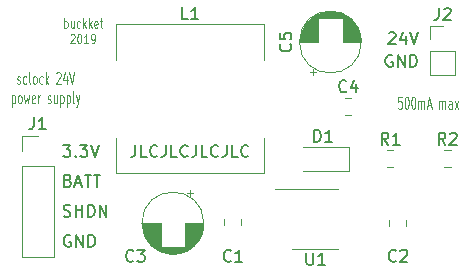
<source format=gbr>
G04 #@! TF.GenerationSoftware,KiCad,Pcbnew,5.1.2*
G04 #@! TF.CreationDate,2019-08-10T03:31:52+02:00*
G04 #@! TF.ProjectId,sclock,73636c6f-636b-42e6-9b69-6361645f7063,rev?*
G04 #@! TF.SameCoordinates,Original*
G04 #@! TF.FileFunction,Legend,Top*
G04 #@! TF.FilePolarity,Positive*
%FSLAX46Y46*%
G04 Gerber Fmt 4.6, Leading zero omitted, Abs format (unit mm)*
G04 Created by KiCad (PCBNEW 5.1.2) date 2019-08-10 03:31:52*
%MOMM*%
%LPD*%
G04 APERTURE LIST*
%ADD10C,0.150000*%
%ADD11C,0.125000*%
%ADD12C,0.120000*%
G04 APERTURE END LIST*
D10*
X76838752Y-73137780D02*
X76838752Y-73852066D01*
X76791133Y-73994923D01*
X76695895Y-74090161D01*
X76553038Y-74137780D01*
X76457800Y-74137780D01*
X77791133Y-74137780D02*
X77314942Y-74137780D01*
X77314942Y-73137780D01*
X78695895Y-74042542D02*
X78648276Y-74090161D01*
X78505419Y-74137780D01*
X78410180Y-74137780D01*
X78267323Y-74090161D01*
X78172085Y-73994923D01*
X78124466Y-73899685D01*
X78076847Y-73709209D01*
X78076847Y-73566352D01*
X78124466Y-73375876D01*
X78172085Y-73280638D01*
X78267323Y-73185400D01*
X78410180Y-73137780D01*
X78505419Y-73137780D01*
X78648276Y-73185400D01*
X78695895Y-73233019D01*
X79410180Y-73137780D02*
X79410180Y-73852066D01*
X79362561Y-73994923D01*
X79267323Y-74090161D01*
X79124466Y-74137780D01*
X79029228Y-74137780D01*
X80362561Y-74137780D02*
X79886371Y-74137780D01*
X79886371Y-73137780D01*
X81267323Y-74042542D02*
X81219704Y-74090161D01*
X81076847Y-74137780D01*
X80981609Y-74137780D01*
X80838752Y-74090161D01*
X80743514Y-73994923D01*
X80695895Y-73899685D01*
X80648276Y-73709209D01*
X80648276Y-73566352D01*
X80695895Y-73375876D01*
X80743514Y-73280638D01*
X80838752Y-73185400D01*
X80981609Y-73137780D01*
X81076847Y-73137780D01*
X81219704Y-73185400D01*
X81267323Y-73233019D01*
X81981609Y-73137780D02*
X81981609Y-73852066D01*
X81933990Y-73994923D01*
X81838752Y-74090161D01*
X81695895Y-74137780D01*
X81600657Y-74137780D01*
X82933990Y-74137780D02*
X82457800Y-74137780D01*
X82457800Y-73137780D01*
X83838752Y-74042542D02*
X83791133Y-74090161D01*
X83648276Y-74137780D01*
X83553038Y-74137780D01*
X83410180Y-74090161D01*
X83314942Y-73994923D01*
X83267323Y-73899685D01*
X83219704Y-73709209D01*
X83219704Y-73566352D01*
X83267323Y-73375876D01*
X83314942Y-73280638D01*
X83410180Y-73185400D01*
X83553038Y-73137780D01*
X83648276Y-73137780D01*
X83791133Y-73185400D01*
X83838752Y-73233019D01*
X84553038Y-73137780D02*
X84553038Y-73852066D01*
X84505419Y-73994923D01*
X84410180Y-74090161D01*
X84267323Y-74137780D01*
X84172085Y-74137780D01*
X85505419Y-74137780D02*
X85029228Y-74137780D01*
X85029228Y-73137780D01*
X86410180Y-74042542D02*
X86362561Y-74090161D01*
X86219704Y-74137780D01*
X86124466Y-74137780D01*
X85981609Y-74090161D01*
X85886371Y-73994923D01*
X85838752Y-73899685D01*
X85791133Y-73709209D01*
X85791133Y-73566352D01*
X85838752Y-73375876D01*
X85886371Y-73280638D01*
X85981609Y-73185400D01*
X86124466Y-73137780D01*
X86219704Y-73137780D01*
X86362561Y-73185400D01*
X86410180Y-73233019D01*
D11*
X70818571Y-63199404D02*
X70818571Y-62399404D01*
X70818571Y-62704166D02*
X70875714Y-62666071D01*
X70990000Y-62666071D01*
X71047142Y-62704166D01*
X71075714Y-62742261D01*
X71104285Y-62818452D01*
X71104285Y-63047023D01*
X71075714Y-63123214D01*
X71047142Y-63161309D01*
X70990000Y-63199404D01*
X70875714Y-63199404D01*
X70818571Y-63161309D01*
X71618571Y-62666071D02*
X71618571Y-63199404D01*
X71361428Y-62666071D02*
X71361428Y-63085119D01*
X71390000Y-63161309D01*
X71447142Y-63199404D01*
X71532857Y-63199404D01*
X71590000Y-63161309D01*
X71618571Y-63123214D01*
X72161428Y-63161309D02*
X72104285Y-63199404D01*
X71990000Y-63199404D01*
X71932857Y-63161309D01*
X71904285Y-63123214D01*
X71875714Y-63047023D01*
X71875714Y-62818452D01*
X71904285Y-62742261D01*
X71932857Y-62704166D01*
X71990000Y-62666071D01*
X72104285Y-62666071D01*
X72161428Y-62704166D01*
X72418571Y-63199404D02*
X72418571Y-62399404D01*
X72475714Y-62894642D02*
X72647142Y-63199404D01*
X72647142Y-62666071D02*
X72418571Y-62970833D01*
X72904285Y-63199404D02*
X72904285Y-62399404D01*
X72961428Y-62894642D02*
X73132857Y-63199404D01*
X73132857Y-62666071D02*
X72904285Y-62970833D01*
X73618571Y-63161309D02*
X73561428Y-63199404D01*
X73447142Y-63199404D01*
X73390000Y-63161309D01*
X73361428Y-63085119D01*
X73361428Y-62780357D01*
X73390000Y-62704166D01*
X73447142Y-62666071D01*
X73561428Y-62666071D01*
X73618571Y-62704166D01*
X73647142Y-62780357D01*
X73647142Y-62856547D01*
X73361428Y-62932738D01*
X73818571Y-62666071D02*
X74047142Y-62666071D01*
X73904285Y-62399404D02*
X73904285Y-63085119D01*
X73932857Y-63161309D01*
X73990000Y-63199404D01*
X74047142Y-63199404D01*
X71361428Y-63800595D02*
X71390000Y-63762500D01*
X71447142Y-63724404D01*
X71590000Y-63724404D01*
X71647142Y-63762500D01*
X71675714Y-63800595D01*
X71704285Y-63876785D01*
X71704285Y-63952976D01*
X71675714Y-64067261D01*
X71332857Y-64524404D01*
X71704285Y-64524404D01*
X72075714Y-63724404D02*
X72132857Y-63724404D01*
X72190000Y-63762500D01*
X72218571Y-63800595D01*
X72247142Y-63876785D01*
X72275714Y-64029166D01*
X72275714Y-64219642D01*
X72247142Y-64372023D01*
X72218571Y-64448214D01*
X72190000Y-64486309D01*
X72132857Y-64524404D01*
X72075714Y-64524404D01*
X72018571Y-64486309D01*
X71990000Y-64448214D01*
X71961428Y-64372023D01*
X71932857Y-64219642D01*
X71932857Y-64029166D01*
X71961428Y-63876785D01*
X71990000Y-63800595D01*
X72018571Y-63762500D01*
X72075714Y-63724404D01*
X72847142Y-64524404D02*
X72504285Y-64524404D01*
X72675714Y-64524404D02*
X72675714Y-63724404D01*
X72618571Y-63838690D01*
X72561428Y-63914880D01*
X72504285Y-63952976D01*
X73132857Y-64524404D02*
X73247142Y-64524404D01*
X73304285Y-64486309D01*
X73332857Y-64448214D01*
X73390000Y-64333928D01*
X73418571Y-64181547D01*
X73418571Y-63876785D01*
X73390000Y-63800595D01*
X73361428Y-63762500D01*
X73304285Y-63724404D01*
X73190000Y-63724404D01*
X73132857Y-63762500D01*
X73104285Y-63800595D01*
X73075714Y-63876785D01*
X73075714Y-64067261D01*
X73104285Y-64143452D01*
X73132857Y-64181547D01*
X73190000Y-64219642D01*
X73304285Y-64219642D01*
X73361428Y-64181547D01*
X73390000Y-64143452D01*
X73418571Y-64067261D01*
X99371428Y-69048380D02*
X99085714Y-69048380D01*
X99057142Y-69524571D01*
X99085714Y-69476952D01*
X99142857Y-69429333D01*
X99285714Y-69429333D01*
X99342857Y-69476952D01*
X99371428Y-69524571D01*
X99400000Y-69619809D01*
X99400000Y-69857904D01*
X99371428Y-69953142D01*
X99342857Y-70000761D01*
X99285714Y-70048380D01*
X99142857Y-70048380D01*
X99085714Y-70000761D01*
X99057142Y-69953142D01*
X99771428Y-69048380D02*
X99828571Y-69048380D01*
X99885714Y-69096000D01*
X99914285Y-69143619D01*
X99942857Y-69238857D01*
X99971428Y-69429333D01*
X99971428Y-69667428D01*
X99942857Y-69857904D01*
X99914285Y-69953142D01*
X99885714Y-70000761D01*
X99828571Y-70048380D01*
X99771428Y-70048380D01*
X99714285Y-70000761D01*
X99685714Y-69953142D01*
X99657142Y-69857904D01*
X99628571Y-69667428D01*
X99628571Y-69429333D01*
X99657142Y-69238857D01*
X99685714Y-69143619D01*
X99714285Y-69096000D01*
X99771428Y-69048380D01*
X100342857Y-69048380D02*
X100400000Y-69048380D01*
X100457142Y-69096000D01*
X100485714Y-69143619D01*
X100514285Y-69238857D01*
X100542857Y-69429333D01*
X100542857Y-69667428D01*
X100514285Y-69857904D01*
X100485714Y-69953142D01*
X100457142Y-70000761D01*
X100400000Y-70048380D01*
X100342857Y-70048380D01*
X100285714Y-70000761D01*
X100257142Y-69953142D01*
X100228571Y-69857904D01*
X100200000Y-69667428D01*
X100200000Y-69429333D01*
X100228571Y-69238857D01*
X100257142Y-69143619D01*
X100285714Y-69096000D01*
X100342857Y-69048380D01*
X100800000Y-70048380D02*
X100800000Y-69381714D01*
X100800000Y-69476952D02*
X100828571Y-69429333D01*
X100885714Y-69381714D01*
X100971428Y-69381714D01*
X101028571Y-69429333D01*
X101057142Y-69524571D01*
X101057142Y-70048380D01*
X101057142Y-69524571D02*
X101085714Y-69429333D01*
X101142857Y-69381714D01*
X101228571Y-69381714D01*
X101285714Y-69429333D01*
X101314285Y-69524571D01*
X101314285Y-70048380D01*
X101571428Y-69762666D02*
X101857142Y-69762666D01*
X101514285Y-70048380D02*
X101714285Y-69048380D01*
X101914285Y-70048380D01*
X102571428Y-70048380D02*
X102571428Y-69381714D01*
X102571428Y-69476952D02*
X102600000Y-69429333D01*
X102657142Y-69381714D01*
X102742857Y-69381714D01*
X102800000Y-69429333D01*
X102828571Y-69524571D01*
X102828571Y-70048380D01*
X102828571Y-69524571D02*
X102857142Y-69429333D01*
X102914285Y-69381714D01*
X103000000Y-69381714D01*
X103057142Y-69429333D01*
X103085714Y-69524571D01*
X103085714Y-70048380D01*
X103628571Y-70048380D02*
X103628571Y-69524571D01*
X103600000Y-69429333D01*
X103542857Y-69381714D01*
X103428571Y-69381714D01*
X103371428Y-69429333D01*
X103628571Y-70000761D02*
X103571428Y-70048380D01*
X103428571Y-70048380D01*
X103371428Y-70000761D01*
X103342857Y-69905523D01*
X103342857Y-69810285D01*
X103371428Y-69715047D01*
X103428571Y-69667428D01*
X103571428Y-69667428D01*
X103628571Y-69619809D01*
X103857142Y-70048380D02*
X104171428Y-69381714D01*
X103857142Y-69381714D02*
X104171428Y-70048380D01*
D10*
X70725357Y-73112380D02*
X71344404Y-73112380D01*
X71011071Y-73493333D01*
X71153928Y-73493333D01*
X71249166Y-73540952D01*
X71296785Y-73588571D01*
X71344404Y-73683809D01*
X71344404Y-73921904D01*
X71296785Y-74017142D01*
X71249166Y-74064761D01*
X71153928Y-74112380D01*
X70868214Y-74112380D01*
X70772976Y-74064761D01*
X70725357Y-74017142D01*
X71772976Y-74017142D02*
X71820595Y-74064761D01*
X71772976Y-74112380D01*
X71725357Y-74064761D01*
X71772976Y-74017142D01*
X71772976Y-74112380D01*
X72153928Y-73112380D02*
X72772976Y-73112380D01*
X72439642Y-73493333D01*
X72582500Y-73493333D01*
X72677738Y-73540952D01*
X72725357Y-73588571D01*
X72772976Y-73683809D01*
X72772976Y-73921904D01*
X72725357Y-74017142D01*
X72677738Y-74064761D01*
X72582500Y-74112380D01*
X72296785Y-74112380D01*
X72201547Y-74064761D01*
X72153928Y-74017142D01*
X73058690Y-73112380D02*
X73392023Y-74112380D01*
X73725357Y-73112380D01*
D11*
X66843571Y-67918261D02*
X66900714Y-67965880D01*
X67015000Y-67965880D01*
X67072142Y-67918261D01*
X67100714Y-67823023D01*
X67100714Y-67775404D01*
X67072142Y-67680166D01*
X67015000Y-67632547D01*
X66929285Y-67632547D01*
X66872142Y-67584928D01*
X66843571Y-67489690D01*
X66843571Y-67442071D01*
X66872142Y-67346833D01*
X66929285Y-67299214D01*
X67015000Y-67299214D01*
X67072142Y-67346833D01*
X67615000Y-67918261D02*
X67557857Y-67965880D01*
X67443571Y-67965880D01*
X67386428Y-67918261D01*
X67357857Y-67870642D01*
X67329285Y-67775404D01*
X67329285Y-67489690D01*
X67357857Y-67394452D01*
X67386428Y-67346833D01*
X67443571Y-67299214D01*
X67557857Y-67299214D01*
X67615000Y-67346833D01*
X67957857Y-67965880D02*
X67900714Y-67918261D01*
X67872142Y-67823023D01*
X67872142Y-66965880D01*
X68272142Y-67965880D02*
X68215000Y-67918261D01*
X68186428Y-67870642D01*
X68157857Y-67775404D01*
X68157857Y-67489690D01*
X68186428Y-67394452D01*
X68215000Y-67346833D01*
X68272142Y-67299214D01*
X68357857Y-67299214D01*
X68415000Y-67346833D01*
X68443571Y-67394452D01*
X68472142Y-67489690D01*
X68472142Y-67775404D01*
X68443571Y-67870642D01*
X68415000Y-67918261D01*
X68357857Y-67965880D01*
X68272142Y-67965880D01*
X68986428Y-67918261D02*
X68929285Y-67965880D01*
X68815000Y-67965880D01*
X68757857Y-67918261D01*
X68729285Y-67870642D01*
X68700714Y-67775404D01*
X68700714Y-67489690D01*
X68729285Y-67394452D01*
X68757857Y-67346833D01*
X68815000Y-67299214D01*
X68929285Y-67299214D01*
X68986428Y-67346833D01*
X69243571Y-67965880D02*
X69243571Y-66965880D01*
X69300714Y-67584928D02*
X69472142Y-67965880D01*
X69472142Y-67299214D02*
X69243571Y-67680166D01*
X70157857Y-67061119D02*
X70186428Y-67013500D01*
X70243571Y-66965880D01*
X70386428Y-66965880D01*
X70443571Y-67013500D01*
X70472142Y-67061119D01*
X70500714Y-67156357D01*
X70500714Y-67251595D01*
X70472142Y-67394452D01*
X70129285Y-67965880D01*
X70500714Y-67965880D01*
X71015000Y-67299214D02*
X71015000Y-67965880D01*
X70872142Y-66918261D02*
X70729285Y-67632547D01*
X71100714Y-67632547D01*
X71243571Y-66965880D02*
X71443571Y-67965880D01*
X71643571Y-66965880D01*
X66386428Y-68924214D02*
X66386428Y-69924214D01*
X66386428Y-68971833D02*
X66443571Y-68924214D01*
X66557857Y-68924214D01*
X66615000Y-68971833D01*
X66643571Y-69019452D01*
X66672142Y-69114690D01*
X66672142Y-69400404D01*
X66643571Y-69495642D01*
X66615000Y-69543261D01*
X66557857Y-69590880D01*
X66443571Y-69590880D01*
X66386428Y-69543261D01*
X67015000Y-69590880D02*
X66957857Y-69543261D01*
X66929285Y-69495642D01*
X66900714Y-69400404D01*
X66900714Y-69114690D01*
X66929285Y-69019452D01*
X66957857Y-68971833D01*
X67015000Y-68924214D01*
X67100714Y-68924214D01*
X67157857Y-68971833D01*
X67186428Y-69019452D01*
X67215000Y-69114690D01*
X67215000Y-69400404D01*
X67186428Y-69495642D01*
X67157857Y-69543261D01*
X67100714Y-69590880D01*
X67015000Y-69590880D01*
X67415000Y-68924214D02*
X67529285Y-69590880D01*
X67643571Y-69114690D01*
X67757857Y-69590880D01*
X67872142Y-68924214D01*
X68329285Y-69543261D02*
X68272142Y-69590880D01*
X68157857Y-69590880D01*
X68100714Y-69543261D01*
X68072142Y-69448023D01*
X68072142Y-69067071D01*
X68100714Y-68971833D01*
X68157857Y-68924214D01*
X68272142Y-68924214D01*
X68329285Y-68971833D01*
X68357857Y-69067071D01*
X68357857Y-69162309D01*
X68072142Y-69257547D01*
X68615000Y-69590880D02*
X68615000Y-68924214D01*
X68615000Y-69114690D02*
X68643571Y-69019452D01*
X68672142Y-68971833D01*
X68729285Y-68924214D01*
X68786428Y-68924214D01*
X69415000Y-69543261D02*
X69472142Y-69590880D01*
X69586428Y-69590880D01*
X69643571Y-69543261D01*
X69672142Y-69448023D01*
X69672142Y-69400404D01*
X69643571Y-69305166D01*
X69586428Y-69257547D01*
X69500714Y-69257547D01*
X69443571Y-69209928D01*
X69415000Y-69114690D01*
X69415000Y-69067071D01*
X69443571Y-68971833D01*
X69500714Y-68924214D01*
X69586428Y-68924214D01*
X69643571Y-68971833D01*
X70186428Y-68924214D02*
X70186428Y-69590880D01*
X69929285Y-68924214D02*
X69929285Y-69448023D01*
X69957857Y-69543261D01*
X70015000Y-69590880D01*
X70100714Y-69590880D01*
X70157857Y-69543261D01*
X70186428Y-69495642D01*
X70472142Y-68924214D02*
X70472142Y-69924214D01*
X70472142Y-68971833D02*
X70529285Y-68924214D01*
X70643571Y-68924214D01*
X70700714Y-68971833D01*
X70729285Y-69019452D01*
X70757857Y-69114690D01*
X70757857Y-69400404D01*
X70729285Y-69495642D01*
X70700714Y-69543261D01*
X70643571Y-69590880D01*
X70529285Y-69590880D01*
X70472142Y-69543261D01*
X71015000Y-68924214D02*
X71015000Y-69924214D01*
X71015000Y-68971833D02*
X71072142Y-68924214D01*
X71186428Y-68924214D01*
X71243571Y-68971833D01*
X71272142Y-69019452D01*
X71300714Y-69114690D01*
X71300714Y-69400404D01*
X71272142Y-69495642D01*
X71243571Y-69543261D01*
X71186428Y-69590880D01*
X71072142Y-69590880D01*
X71015000Y-69543261D01*
X71643571Y-69590880D02*
X71586428Y-69543261D01*
X71557857Y-69448023D01*
X71557857Y-68590880D01*
X71815000Y-68924214D02*
X71957857Y-69590880D01*
X72100714Y-68924214D02*
X71957857Y-69590880D01*
X71900714Y-69828976D01*
X71872142Y-69876595D01*
X71815000Y-69924214D01*
D10*
X98581785Y-65540000D02*
X98486547Y-65492380D01*
X98343690Y-65492380D01*
X98200833Y-65540000D01*
X98105595Y-65635238D01*
X98057976Y-65730476D01*
X98010357Y-65920952D01*
X98010357Y-66063809D01*
X98057976Y-66254285D01*
X98105595Y-66349523D01*
X98200833Y-66444761D01*
X98343690Y-66492380D01*
X98438928Y-66492380D01*
X98581785Y-66444761D01*
X98629404Y-66397142D01*
X98629404Y-66063809D01*
X98438928Y-66063809D01*
X99057976Y-66492380D02*
X99057976Y-65492380D01*
X99629404Y-66492380D01*
X99629404Y-65492380D01*
X100105595Y-66492380D02*
X100105595Y-65492380D01*
X100343690Y-65492380D01*
X100486547Y-65540000D01*
X100581785Y-65635238D01*
X100629404Y-65730476D01*
X100677023Y-65920952D01*
X100677023Y-66063809D01*
X100629404Y-66254285D01*
X100581785Y-66349523D01*
X100486547Y-66444761D01*
X100343690Y-66492380D01*
X100105595Y-66492380D01*
X98296071Y-63682619D02*
X98343690Y-63635000D01*
X98438928Y-63587380D01*
X98677023Y-63587380D01*
X98772261Y-63635000D01*
X98819880Y-63682619D01*
X98867500Y-63777857D01*
X98867500Y-63873095D01*
X98819880Y-64015952D01*
X98248452Y-64587380D01*
X98867500Y-64587380D01*
X99724642Y-63920714D02*
X99724642Y-64587380D01*
X99486547Y-63539761D02*
X99248452Y-64254047D01*
X99867500Y-64254047D01*
X100105595Y-63587380D02*
X100438928Y-64587380D01*
X100772261Y-63587380D01*
X71344404Y-80780000D02*
X71249166Y-80732380D01*
X71106309Y-80732380D01*
X70963452Y-80780000D01*
X70868214Y-80875238D01*
X70820595Y-80970476D01*
X70772976Y-81160952D01*
X70772976Y-81303809D01*
X70820595Y-81494285D01*
X70868214Y-81589523D01*
X70963452Y-81684761D01*
X71106309Y-81732380D01*
X71201547Y-81732380D01*
X71344404Y-81684761D01*
X71392023Y-81637142D01*
X71392023Y-81303809D01*
X71201547Y-81303809D01*
X71820595Y-81732380D02*
X71820595Y-80732380D01*
X72392023Y-81732380D01*
X72392023Y-80732380D01*
X72868214Y-81732380D02*
X72868214Y-80732380D01*
X73106309Y-80732380D01*
X73249166Y-80780000D01*
X73344404Y-80875238D01*
X73392023Y-80970476D01*
X73439642Y-81160952D01*
X73439642Y-81303809D01*
X73392023Y-81494285D01*
X73344404Y-81589523D01*
X73249166Y-81684761D01*
X73106309Y-81732380D01*
X72868214Y-81732380D01*
X70772976Y-79144761D02*
X70915833Y-79192380D01*
X71153928Y-79192380D01*
X71249166Y-79144761D01*
X71296785Y-79097142D01*
X71344404Y-79001904D01*
X71344404Y-78906666D01*
X71296785Y-78811428D01*
X71249166Y-78763809D01*
X71153928Y-78716190D01*
X70963452Y-78668571D01*
X70868214Y-78620952D01*
X70820595Y-78573333D01*
X70772976Y-78478095D01*
X70772976Y-78382857D01*
X70820595Y-78287619D01*
X70868214Y-78240000D01*
X70963452Y-78192380D01*
X71201547Y-78192380D01*
X71344404Y-78240000D01*
X71772976Y-79192380D02*
X71772976Y-78192380D01*
X71772976Y-78668571D02*
X72344404Y-78668571D01*
X72344404Y-79192380D02*
X72344404Y-78192380D01*
X72820595Y-79192380D02*
X72820595Y-78192380D01*
X73058690Y-78192380D01*
X73201547Y-78240000D01*
X73296785Y-78335238D01*
X73344404Y-78430476D01*
X73392023Y-78620952D01*
X73392023Y-78763809D01*
X73344404Y-78954285D01*
X73296785Y-79049523D01*
X73201547Y-79144761D01*
X73058690Y-79192380D01*
X72820595Y-79192380D01*
X73820595Y-79192380D02*
X73820595Y-78192380D01*
X74392023Y-79192380D01*
X74392023Y-78192380D01*
X71153928Y-76128571D02*
X71296785Y-76176190D01*
X71344404Y-76223809D01*
X71392023Y-76319047D01*
X71392023Y-76461904D01*
X71344404Y-76557142D01*
X71296785Y-76604761D01*
X71201547Y-76652380D01*
X70820595Y-76652380D01*
X70820595Y-75652380D01*
X71153928Y-75652380D01*
X71249166Y-75700000D01*
X71296785Y-75747619D01*
X71344404Y-75842857D01*
X71344404Y-75938095D01*
X71296785Y-76033333D01*
X71249166Y-76080952D01*
X71153928Y-76128571D01*
X70820595Y-76128571D01*
X71772976Y-76366666D02*
X72249166Y-76366666D01*
X71677738Y-76652380D02*
X72011071Y-75652380D01*
X72344404Y-76652380D01*
X72534880Y-75652380D02*
X73106309Y-75652380D01*
X72820595Y-76652380D02*
X72820595Y-75652380D01*
X73296785Y-75652380D02*
X73868214Y-75652380D01*
X73582500Y-76652380D02*
X73582500Y-75652380D01*
D12*
X75165000Y-65915000D02*
X75165000Y-62915000D01*
X75165000Y-62915000D02*
X87765000Y-62915000D01*
X87765000Y-62915000D02*
X87765000Y-65915000D01*
X87765000Y-72515000D02*
X87765000Y-75515000D01*
X87765000Y-75515000D02*
X75165000Y-75515000D01*
X75165000Y-75515000D02*
X75165000Y-72515000D01*
X84380000Y-79881252D02*
X84380000Y-79358748D01*
X85800000Y-79881252D02*
X85800000Y-79358748D01*
X98350000Y-79503748D02*
X98350000Y-80026252D01*
X99770000Y-79503748D02*
X99770000Y-80026252D01*
X82630000Y-79740000D02*
G75*
G03X82630000Y-79740000I-2620000J0D01*
G01*
X78970000Y-79740000D02*
X77430000Y-79740000D01*
X82590000Y-79740000D02*
X81050000Y-79740000D01*
X78970000Y-79780000D02*
X77430000Y-79780000D01*
X82590000Y-79780000D02*
X81050000Y-79780000D01*
X82589000Y-79820000D02*
X81050000Y-79820000D01*
X78970000Y-79820000D02*
X77431000Y-79820000D01*
X82588000Y-79860000D02*
X81050000Y-79860000D01*
X78970000Y-79860000D02*
X77432000Y-79860000D01*
X82586000Y-79900000D02*
X81050000Y-79900000D01*
X78970000Y-79900000D02*
X77434000Y-79900000D01*
X82583000Y-79940000D02*
X81050000Y-79940000D01*
X78970000Y-79940000D02*
X77437000Y-79940000D01*
X82579000Y-79980000D02*
X81050000Y-79980000D01*
X78970000Y-79980000D02*
X77441000Y-79980000D01*
X82575000Y-80020000D02*
X81050000Y-80020000D01*
X78970000Y-80020000D02*
X77445000Y-80020000D01*
X82571000Y-80060000D02*
X81050000Y-80060000D01*
X78970000Y-80060000D02*
X77449000Y-80060000D01*
X82566000Y-80100000D02*
X81050000Y-80100000D01*
X78970000Y-80100000D02*
X77454000Y-80100000D01*
X82560000Y-80140000D02*
X81050000Y-80140000D01*
X78970000Y-80140000D02*
X77460000Y-80140000D01*
X82553000Y-80180000D02*
X81050000Y-80180000D01*
X78970000Y-80180000D02*
X77467000Y-80180000D01*
X82546000Y-80220000D02*
X81050000Y-80220000D01*
X78970000Y-80220000D02*
X77474000Y-80220000D01*
X82538000Y-80260000D02*
X81050000Y-80260000D01*
X78970000Y-80260000D02*
X77482000Y-80260000D01*
X82530000Y-80300000D02*
X81050000Y-80300000D01*
X78970000Y-80300000D02*
X77490000Y-80300000D01*
X82521000Y-80340000D02*
X81050000Y-80340000D01*
X78970000Y-80340000D02*
X77499000Y-80340000D01*
X82511000Y-80380000D02*
X81050000Y-80380000D01*
X78970000Y-80380000D02*
X77509000Y-80380000D01*
X82501000Y-80420000D02*
X81050000Y-80420000D01*
X78970000Y-80420000D02*
X77519000Y-80420000D01*
X82490000Y-80461000D02*
X81050000Y-80461000D01*
X78970000Y-80461000D02*
X77530000Y-80461000D01*
X82478000Y-80501000D02*
X81050000Y-80501000D01*
X78970000Y-80501000D02*
X77542000Y-80501000D01*
X82465000Y-80541000D02*
X81050000Y-80541000D01*
X78970000Y-80541000D02*
X77555000Y-80541000D01*
X82452000Y-80581000D02*
X81050000Y-80581000D01*
X78970000Y-80581000D02*
X77568000Y-80581000D01*
X82438000Y-80621000D02*
X81050000Y-80621000D01*
X78970000Y-80621000D02*
X77582000Y-80621000D01*
X82424000Y-80661000D02*
X81050000Y-80661000D01*
X78970000Y-80661000D02*
X77596000Y-80661000D01*
X82408000Y-80701000D02*
X81050000Y-80701000D01*
X78970000Y-80701000D02*
X77612000Y-80701000D01*
X82392000Y-80741000D02*
X81050000Y-80741000D01*
X78970000Y-80741000D02*
X77628000Y-80741000D01*
X82375000Y-80781000D02*
X81050000Y-80781000D01*
X78970000Y-80781000D02*
X77645000Y-80781000D01*
X82358000Y-80821000D02*
X81050000Y-80821000D01*
X78970000Y-80821000D02*
X77662000Y-80821000D01*
X82339000Y-80861000D02*
X81050000Y-80861000D01*
X78970000Y-80861000D02*
X77681000Y-80861000D01*
X82320000Y-80901000D02*
X81050000Y-80901000D01*
X78970000Y-80901000D02*
X77700000Y-80901000D01*
X82300000Y-80941000D02*
X81050000Y-80941000D01*
X78970000Y-80941000D02*
X77720000Y-80941000D01*
X82278000Y-80981000D02*
X81050000Y-80981000D01*
X78970000Y-80981000D02*
X77742000Y-80981000D01*
X82257000Y-81021000D02*
X81050000Y-81021000D01*
X78970000Y-81021000D02*
X77763000Y-81021000D01*
X82234000Y-81061000D02*
X81050000Y-81061000D01*
X78970000Y-81061000D02*
X77786000Y-81061000D01*
X82210000Y-81101000D02*
X81050000Y-81101000D01*
X78970000Y-81101000D02*
X77810000Y-81101000D01*
X82185000Y-81141000D02*
X81050000Y-81141000D01*
X78970000Y-81141000D02*
X77835000Y-81141000D01*
X82159000Y-81181000D02*
X81050000Y-81181000D01*
X78970000Y-81181000D02*
X77861000Y-81181000D01*
X82132000Y-81221000D02*
X81050000Y-81221000D01*
X78970000Y-81221000D02*
X77888000Y-81221000D01*
X82105000Y-81261000D02*
X81050000Y-81261000D01*
X78970000Y-81261000D02*
X77915000Y-81261000D01*
X82075000Y-81301000D02*
X81050000Y-81301000D01*
X78970000Y-81301000D02*
X77945000Y-81301000D01*
X82045000Y-81341000D02*
X81050000Y-81341000D01*
X78970000Y-81341000D02*
X77975000Y-81341000D01*
X82014000Y-81381000D02*
X81050000Y-81381000D01*
X78970000Y-81381000D02*
X78006000Y-81381000D01*
X81981000Y-81421000D02*
X81050000Y-81421000D01*
X78970000Y-81421000D02*
X78039000Y-81421000D01*
X81947000Y-81461000D02*
X81050000Y-81461000D01*
X78970000Y-81461000D02*
X78073000Y-81461000D01*
X81911000Y-81501000D02*
X81050000Y-81501000D01*
X78970000Y-81501000D02*
X78109000Y-81501000D01*
X81874000Y-81541000D02*
X81050000Y-81541000D01*
X78970000Y-81541000D02*
X78146000Y-81541000D01*
X81836000Y-81581000D02*
X81050000Y-81581000D01*
X78970000Y-81581000D02*
X78184000Y-81581000D01*
X81795000Y-81621000D02*
X81050000Y-81621000D01*
X78970000Y-81621000D02*
X78225000Y-81621000D01*
X81753000Y-81661000D02*
X81050000Y-81661000D01*
X78970000Y-81661000D02*
X78267000Y-81661000D01*
X81709000Y-81701000D02*
X81050000Y-81701000D01*
X78970000Y-81701000D02*
X78311000Y-81701000D01*
X81663000Y-81741000D02*
X81050000Y-81741000D01*
X78970000Y-81741000D02*
X78357000Y-81741000D01*
X81615000Y-81781000D02*
X78405000Y-81781000D01*
X81564000Y-81821000D02*
X78456000Y-81821000D01*
X81510000Y-81861000D02*
X78510000Y-81861000D01*
X81453000Y-81901000D02*
X78567000Y-81901000D01*
X81393000Y-81941000D02*
X78627000Y-81941000D01*
X81329000Y-81981000D02*
X78691000Y-81981000D01*
X81261000Y-82021000D02*
X78759000Y-82021000D01*
X81188000Y-82061000D02*
X78832000Y-82061000D01*
X81108000Y-82101000D02*
X78912000Y-82101000D01*
X81021000Y-82141000D02*
X78999000Y-82141000D01*
X80925000Y-82181000D02*
X79095000Y-82181000D01*
X80815000Y-82221000D02*
X79205000Y-82221000D01*
X80687000Y-82261000D02*
X79333000Y-82261000D01*
X80528000Y-82301000D02*
X79492000Y-82301000D01*
X80294000Y-82341000D02*
X79726000Y-82341000D01*
X81485000Y-76935225D02*
X81485000Y-77435225D01*
X81735000Y-77185225D02*
X81235000Y-77185225D01*
X94598748Y-69140000D02*
X95121252Y-69140000D01*
X94598748Y-70560000D02*
X95121252Y-70560000D01*
X91620000Y-66959775D02*
X92120000Y-66959775D01*
X91870000Y-67209775D02*
X91870000Y-66709775D01*
X93061000Y-61804000D02*
X93629000Y-61804000D01*
X92827000Y-61844000D02*
X93863000Y-61844000D01*
X92668000Y-61884000D02*
X94022000Y-61884000D01*
X92540000Y-61924000D02*
X94150000Y-61924000D01*
X92430000Y-61964000D02*
X94260000Y-61964000D01*
X92334000Y-62004000D02*
X94356000Y-62004000D01*
X92247000Y-62044000D02*
X94443000Y-62044000D01*
X92167000Y-62084000D02*
X94523000Y-62084000D01*
X92094000Y-62124000D02*
X94596000Y-62124000D01*
X92026000Y-62164000D02*
X94664000Y-62164000D01*
X91962000Y-62204000D02*
X94728000Y-62204000D01*
X91902000Y-62244000D02*
X94788000Y-62244000D01*
X91845000Y-62284000D02*
X94845000Y-62284000D01*
X91791000Y-62324000D02*
X94899000Y-62324000D01*
X91740000Y-62364000D02*
X94950000Y-62364000D01*
X94385000Y-62404000D02*
X94998000Y-62404000D01*
X91692000Y-62404000D02*
X92305000Y-62404000D01*
X94385000Y-62444000D02*
X95044000Y-62444000D01*
X91646000Y-62444000D02*
X92305000Y-62444000D01*
X94385000Y-62484000D02*
X95088000Y-62484000D01*
X91602000Y-62484000D02*
X92305000Y-62484000D01*
X94385000Y-62524000D02*
X95130000Y-62524000D01*
X91560000Y-62524000D02*
X92305000Y-62524000D01*
X94385000Y-62564000D02*
X95171000Y-62564000D01*
X91519000Y-62564000D02*
X92305000Y-62564000D01*
X94385000Y-62604000D02*
X95209000Y-62604000D01*
X91481000Y-62604000D02*
X92305000Y-62604000D01*
X94385000Y-62644000D02*
X95246000Y-62644000D01*
X91444000Y-62644000D02*
X92305000Y-62644000D01*
X94385000Y-62684000D02*
X95282000Y-62684000D01*
X91408000Y-62684000D02*
X92305000Y-62684000D01*
X94385000Y-62724000D02*
X95316000Y-62724000D01*
X91374000Y-62724000D02*
X92305000Y-62724000D01*
X94385000Y-62764000D02*
X95349000Y-62764000D01*
X91341000Y-62764000D02*
X92305000Y-62764000D01*
X94385000Y-62804000D02*
X95380000Y-62804000D01*
X91310000Y-62804000D02*
X92305000Y-62804000D01*
X94385000Y-62844000D02*
X95410000Y-62844000D01*
X91280000Y-62844000D02*
X92305000Y-62844000D01*
X94385000Y-62884000D02*
X95440000Y-62884000D01*
X91250000Y-62884000D02*
X92305000Y-62884000D01*
X94385000Y-62924000D02*
X95467000Y-62924000D01*
X91223000Y-62924000D02*
X92305000Y-62924000D01*
X94385000Y-62964000D02*
X95494000Y-62964000D01*
X91196000Y-62964000D02*
X92305000Y-62964000D01*
X94385000Y-63004000D02*
X95520000Y-63004000D01*
X91170000Y-63004000D02*
X92305000Y-63004000D01*
X94385000Y-63044000D02*
X95545000Y-63044000D01*
X91145000Y-63044000D02*
X92305000Y-63044000D01*
X94385000Y-63084000D02*
X95569000Y-63084000D01*
X91121000Y-63084000D02*
X92305000Y-63084000D01*
X94385000Y-63124000D02*
X95592000Y-63124000D01*
X91098000Y-63124000D02*
X92305000Y-63124000D01*
X94385000Y-63164000D02*
X95613000Y-63164000D01*
X91077000Y-63164000D02*
X92305000Y-63164000D01*
X94385000Y-63204000D02*
X95635000Y-63204000D01*
X91055000Y-63204000D02*
X92305000Y-63204000D01*
X94385000Y-63244000D02*
X95655000Y-63244000D01*
X91035000Y-63244000D02*
X92305000Y-63244000D01*
X94385000Y-63284000D02*
X95674000Y-63284000D01*
X91016000Y-63284000D02*
X92305000Y-63284000D01*
X94385000Y-63324000D02*
X95693000Y-63324000D01*
X90997000Y-63324000D02*
X92305000Y-63324000D01*
X94385000Y-63364000D02*
X95710000Y-63364000D01*
X90980000Y-63364000D02*
X92305000Y-63364000D01*
X94385000Y-63404000D02*
X95727000Y-63404000D01*
X90963000Y-63404000D02*
X92305000Y-63404000D01*
X94385000Y-63444000D02*
X95743000Y-63444000D01*
X90947000Y-63444000D02*
X92305000Y-63444000D01*
X94385000Y-63484000D02*
X95759000Y-63484000D01*
X90931000Y-63484000D02*
X92305000Y-63484000D01*
X94385000Y-63524000D02*
X95773000Y-63524000D01*
X90917000Y-63524000D02*
X92305000Y-63524000D01*
X94385000Y-63564000D02*
X95787000Y-63564000D01*
X90903000Y-63564000D02*
X92305000Y-63564000D01*
X94385000Y-63604000D02*
X95800000Y-63604000D01*
X90890000Y-63604000D02*
X92305000Y-63604000D01*
X94385000Y-63644000D02*
X95813000Y-63644000D01*
X90877000Y-63644000D02*
X92305000Y-63644000D01*
X94385000Y-63684000D02*
X95825000Y-63684000D01*
X90865000Y-63684000D02*
X92305000Y-63684000D01*
X94385000Y-63725000D02*
X95836000Y-63725000D01*
X90854000Y-63725000D02*
X92305000Y-63725000D01*
X94385000Y-63765000D02*
X95846000Y-63765000D01*
X90844000Y-63765000D02*
X92305000Y-63765000D01*
X94385000Y-63805000D02*
X95856000Y-63805000D01*
X90834000Y-63805000D02*
X92305000Y-63805000D01*
X94385000Y-63845000D02*
X95865000Y-63845000D01*
X90825000Y-63845000D02*
X92305000Y-63845000D01*
X94385000Y-63885000D02*
X95873000Y-63885000D01*
X90817000Y-63885000D02*
X92305000Y-63885000D01*
X94385000Y-63925000D02*
X95881000Y-63925000D01*
X90809000Y-63925000D02*
X92305000Y-63925000D01*
X94385000Y-63965000D02*
X95888000Y-63965000D01*
X90802000Y-63965000D02*
X92305000Y-63965000D01*
X94385000Y-64005000D02*
X95895000Y-64005000D01*
X90795000Y-64005000D02*
X92305000Y-64005000D01*
X94385000Y-64045000D02*
X95901000Y-64045000D01*
X90789000Y-64045000D02*
X92305000Y-64045000D01*
X94385000Y-64085000D02*
X95906000Y-64085000D01*
X90784000Y-64085000D02*
X92305000Y-64085000D01*
X94385000Y-64125000D02*
X95910000Y-64125000D01*
X90780000Y-64125000D02*
X92305000Y-64125000D01*
X94385000Y-64165000D02*
X95914000Y-64165000D01*
X90776000Y-64165000D02*
X92305000Y-64165000D01*
X94385000Y-64205000D02*
X95918000Y-64205000D01*
X90772000Y-64205000D02*
X92305000Y-64205000D01*
X94385000Y-64245000D02*
X95921000Y-64245000D01*
X90769000Y-64245000D02*
X92305000Y-64245000D01*
X94385000Y-64285000D02*
X95923000Y-64285000D01*
X90767000Y-64285000D02*
X92305000Y-64285000D01*
X94385000Y-64325000D02*
X95924000Y-64325000D01*
X90766000Y-64325000D02*
X92305000Y-64325000D01*
X90765000Y-64365000D02*
X92305000Y-64365000D01*
X94385000Y-64365000D02*
X95925000Y-64365000D01*
X90765000Y-64405000D02*
X92305000Y-64405000D01*
X94385000Y-64405000D02*
X95925000Y-64405000D01*
X95965000Y-64405000D02*
G75*
G03X95965000Y-64405000I-2620000J0D01*
G01*
X94960000Y-75295000D02*
X94960000Y-73295000D01*
X94960000Y-73295000D02*
X91060000Y-73295000D01*
X94960000Y-75295000D02*
X91060000Y-75295000D01*
X67250000Y-82610000D02*
X69910000Y-82610000D01*
X67250000Y-74930000D02*
X67250000Y-82610000D01*
X69910000Y-74930000D02*
X69910000Y-82610000D01*
X67250000Y-74930000D02*
X69910000Y-74930000D01*
X67250000Y-73660000D02*
X67250000Y-72330000D01*
X67250000Y-72330000D02*
X68580000Y-72330000D01*
X101810000Y-67195000D02*
X103930000Y-67195000D01*
X101810000Y-65135000D02*
X101810000Y-67195000D01*
X103930000Y-65135000D02*
X103930000Y-67195000D01*
X101810000Y-65135000D02*
X103930000Y-65135000D01*
X101810000Y-64135000D02*
X101810000Y-63075000D01*
X101810000Y-63075000D02*
X102870000Y-63075000D01*
X98163748Y-75005000D02*
X98686252Y-75005000D01*
X98163748Y-73585000D02*
X98686252Y-73585000D01*
X102998748Y-73585000D02*
X103521252Y-73585000D01*
X102998748Y-75005000D02*
X103521252Y-75005000D01*
X92075000Y-81935000D02*
X94025000Y-81935000D01*
X92075000Y-81935000D02*
X90125000Y-81935000D01*
X92075000Y-76815000D02*
X94025000Y-76815000D01*
X92075000Y-76815000D02*
X88625000Y-76815000D01*
D10*
X81298333Y-62467380D02*
X80822142Y-62467380D01*
X80822142Y-61467380D01*
X82155476Y-62467380D02*
X81584047Y-62467380D01*
X81869761Y-62467380D02*
X81869761Y-61467380D01*
X81774523Y-61610238D01*
X81679285Y-61705476D01*
X81584047Y-61753095D01*
X84923333Y-82907142D02*
X84875714Y-82954761D01*
X84732857Y-83002380D01*
X84637619Y-83002380D01*
X84494761Y-82954761D01*
X84399523Y-82859523D01*
X84351904Y-82764285D01*
X84304285Y-82573809D01*
X84304285Y-82430952D01*
X84351904Y-82240476D01*
X84399523Y-82145238D01*
X84494761Y-82050000D01*
X84637619Y-82002380D01*
X84732857Y-82002380D01*
X84875714Y-82050000D01*
X84923333Y-82097619D01*
X85875714Y-83002380D02*
X85304285Y-83002380D01*
X85590000Y-83002380D02*
X85590000Y-82002380D01*
X85494761Y-82145238D01*
X85399523Y-82240476D01*
X85304285Y-82288095D01*
X98893333Y-82907142D02*
X98845714Y-82954761D01*
X98702857Y-83002380D01*
X98607619Y-83002380D01*
X98464761Y-82954761D01*
X98369523Y-82859523D01*
X98321904Y-82764285D01*
X98274285Y-82573809D01*
X98274285Y-82430952D01*
X98321904Y-82240476D01*
X98369523Y-82145238D01*
X98464761Y-82050000D01*
X98607619Y-82002380D01*
X98702857Y-82002380D01*
X98845714Y-82050000D01*
X98893333Y-82097619D01*
X99274285Y-82097619D02*
X99321904Y-82050000D01*
X99417142Y-82002380D01*
X99655238Y-82002380D01*
X99750476Y-82050000D01*
X99798095Y-82097619D01*
X99845714Y-82192857D01*
X99845714Y-82288095D01*
X99798095Y-82430952D01*
X99226666Y-83002380D01*
X99845714Y-83002380D01*
X76668333Y-82907142D02*
X76620714Y-82954761D01*
X76477857Y-83002380D01*
X76382619Y-83002380D01*
X76239761Y-82954761D01*
X76144523Y-82859523D01*
X76096904Y-82764285D01*
X76049285Y-82573809D01*
X76049285Y-82430952D01*
X76096904Y-82240476D01*
X76144523Y-82145238D01*
X76239761Y-82050000D01*
X76382619Y-82002380D01*
X76477857Y-82002380D01*
X76620714Y-82050000D01*
X76668333Y-82097619D01*
X77001666Y-82002380D02*
X77620714Y-82002380D01*
X77287380Y-82383333D01*
X77430238Y-82383333D01*
X77525476Y-82430952D01*
X77573095Y-82478571D01*
X77620714Y-82573809D01*
X77620714Y-82811904D01*
X77573095Y-82907142D01*
X77525476Y-82954761D01*
X77430238Y-83002380D01*
X77144523Y-83002380D01*
X77049285Y-82954761D01*
X77001666Y-82907142D01*
X94693333Y-68557142D02*
X94645714Y-68604761D01*
X94502857Y-68652380D01*
X94407619Y-68652380D01*
X94264761Y-68604761D01*
X94169523Y-68509523D01*
X94121904Y-68414285D01*
X94074285Y-68223809D01*
X94074285Y-68080952D01*
X94121904Y-67890476D01*
X94169523Y-67795238D01*
X94264761Y-67700000D01*
X94407619Y-67652380D01*
X94502857Y-67652380D01*
X94645714Y-67700000D01*
X94693333Y-67747619D01*
X95550476Y-67985714D02*
X95550476Y-68652380D01*
X95312380Y-67604761D02*
X95074285Y-68319047D01*
X95693333Y-68319047D01*
X89952142Y-64571666D02*
X89999761Y-64619285D01*
X90047380Y-64762142D01*
X90047380Y-64857380D01*
X89999761Y-65000238D01*
X89904523Y-65095476D01*
X89809285Y-65143095D01*
X89618809Y-65190714D01*
X89475952Y-65190714D01*
X89285476Y-65143095D01*
X89190238Y-65095476D01*
X89095000Y-65000238D01*
X89047380Y-64857380D01*
X89047380Y-64762142D01*
X89095000Y-64619285D01*
X89142619Y-64571666D01*
X89047380Y-63666904D02*
X89047380Y-64143095D01*
X89523571Y-64190714D01*
X89475952Y-64143095D01*
X89428333Y-64047857D01*
X89428333Y-63809761D01*
X89475952Y-63714523D01*
X89523571Y-63666904D01*
X89618809Y-63619285D01*
X89856904Y-63619285D01*
X89952142Y-63666904D01*
X89999761Y-63714523D01*
X90047380Y-63809761D01*
X90047380Y-64047857D01*
X89999761Y-64143095D01*
X89952142Y-64190714D01*
X91971904Y-72842380D02*
X91971904Y-71842380D01*
X92210000Y-71842380D01*
X92352857Y-71890000D01*
X92448095Y-71985238D01*
X92495714Y-72080476D01*
X92543333Y-72270952D01*
X92543333Y-72413809D01*
X92495714Y-72604285D01*
X92448095Y-72699523D01*
X92352857Y-72794761D01*
X92210000Y-72842380D01*
X91971904Y-72842380D01*
X93495714Y-72842380D02*
X92924285Y-72842380D01*
X93210000Y-72842380D02*
X93210000Y-71842380D01*
X93114761Y-71985238D01*
X93019523Y-72080476D01*
X92924285Y-72128095D01*
X68246666Y-70782380D02*
X68246666Y-71496666D01*
X68199047Y-71639523D01*
X68103809Y-71734761D01*
X67960952Y-71782380D01*
X67865714Y-71782380D01*
X69246666Y-71782380D02*
X68675238Y-71782380D01*
X68960952Y-71782380D02*
X68960952Y-70782380D01*
X68865714Y-70925238D01*
X68770476Y-71020476D01*
X68675238Y-71068095D01*
X102536666Y-61527380D02*
X102536666Y-62241666D01*
X102489047Y-62384523D01*
X102393809Y-62479761D01*
X102250952Y-62527380D01*
X102155714Y-62527380D01*
X102965238Y-61622619D02*
X103012857Y-61575000D01*
X103108095Y-61527380D01*
X103346190Y-61527380D01*
X103441428Y-61575000D01*
X103489047Y-61622619D01*
X103536666Y-61717857D01*
X103536666Y-61813095D01*
X103489047Y-61955952D01*
X102917619Y-62527380D01*
X103536666Y-62527380D01*
X98258333Y-73097380D02*
X97925000Y-72621190D01*
X97686904Y-73097380D02*
X97686904Y-72097380D01*
X98067857Y-72097380D01*
X98163095Y-72145000D01*
X98210714Y-72192619D01*
X98258333Y-72287857D01*
X98258333Y-72430714D01*
X98210714Y-72525952D01*
X98163095Y-72573571D01*
X98067857Y-72621190D01*
X97686904Y-72621190D01*
X99210714Y-73097380D02*
X98639285Y-73097380D01*
X98925000Y-73097380D02*
X98925000Y-72097380D01*
X98829761Y-72240238D01*
X98734523Y-72335476D01*
X98639285Y-72383095D01*
X103093333Y-73097380D02*
X102760000Y-72621190D01*
X102521904Y-73097380D02*
X102521904Y-72097380D01*
X102902857Y-72097380D01*
X102998095Y-72145000D01*
X103045714Y-72192619D01*
X103093333Y-72287857D01*
X103093333Y-72430714D01*
X103045714Y-72525952D01*
X102998095Y-72573571D01*
X102902857Y-72621190D01*
X102521904Y-72621190D01*
X103474285Y-72192619D02*
X103521904Y-72145000D01*
X103617142Y-72097380D01*
X103855238Y-72097380D01*
X103950476Y-72145000D01*
X103998095Y-72192619D01*
X104045714Y-72287857D01*
X104045714Y-72383095D01*
X103998095Y-72525952D01*
X103426666Y-73097380D01*
X104045714Y-73097380D01*
X91313095Y-82256380D02*
X91313095Y-83065904D01*
X91360714Y-83161142D01*
X91408333Y-83208761D01*
X91503571Y-83256380D01*
X91694047Y-83256380D01*
X91789285Y-83208761D01*
X91836904Y-83161142D01*
X91884523Y-83065904D01*
X91884523Y-82256380D01*
X92884523Y-83256380D02*
X92313095Y-83256380D01*
X92598809Y-83256380D02*
X92598809Y-82256380D01*
X92503571Y-82399238D01*
X92408333Y-82494476D01*
X92313095Y-82542095D01*
M02*

</source>
